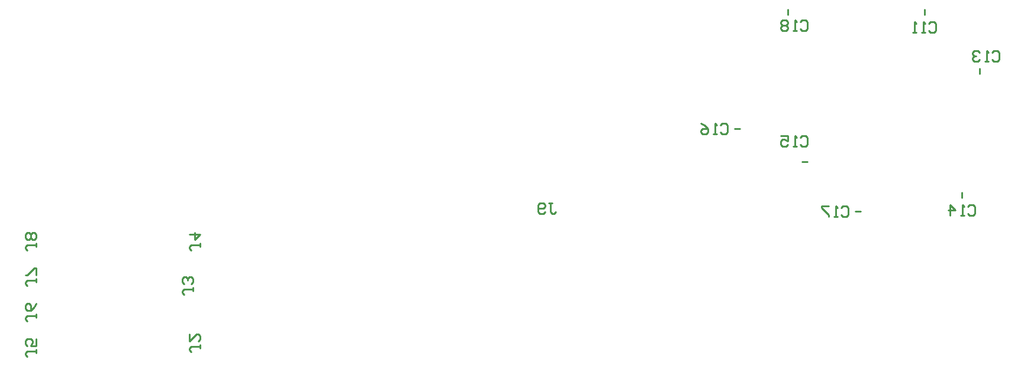
<source format=gbo>
G04 Layer_Color=13813960*
%FSAX24Y24*%
%MOIN*%
G70*
G01*
G75*
%ADD13C,0.0100*%
D13*
X049050Y036200D02*
Y036500D01*
X052850Y025100D02*
X053150D01*
X046050Y029750D02*
X046350D01*
X049850Y027900D02*
X050150D01*
X058850Y025850D02*
Y026150D01*
X059850Y032850D02*
Y033150D01*
X056750Y036200D02*
Y036500D01*
X035600Y025560D02*
X035800D01*
X035700D01*
Y025060D01*
X035800Y024960D01*
X035900D01*
X036000Y025060D01*
X035400D02*
X035300Y024960D01*
X035100D01*
X035000Y025060D01*
Y025460D01*
X035100Y025560D01*
X035300D01*
X035400Y025460D01*
Y025360D01*
X035300Y025260D01*
X035000D01*
X015950Y023300D02*
Y023100D01*
Y023200D01*
X015450D01*
X015350Y023100D01*
Y023000D01*
X015450Y022900D01*
X015350Y023800D02*
X015950D01*
X015650Y023500D01*
Y023900D01*
X006710Y023300D02*
Y023100D01*
Y023200D01*
X006210D01*
X006110Y023100D01*
Y023000D01*
X006210Y022900D01*
X006610Y023500D02*
X006710Y023600D01*
Y023800D01*
X006610Y023900D01*
X006510D01*
X006410Y023800D01*
X006310Y023900D01*
X006210D01*
X006110Y023800D01*
Y023600D01*
X006210Y023500D01*
X006310D01*
X006410Y023600D01*
X006510Y023500D01*
X006610D01*
X006410Y023600D02*
Y023800D01*
X006710Y021300D02*
Y021100D01*
Y021200D01*
X006210D01*
X006110Y021100D01*
Y021000D01*
X006210Y020900D01*
X006710Y021500D02*
Y021900D01*
X006610D01*
X006210Y021500D01*
X006110D01*
X006710Y019300D02*
Y019100D01*
Y019200D01*
X006210D01*
X006110Y019100D01*
Y019000D01*
X006210Y018900D01*
X006710Y019900D02*
X006610Y019700D01*
X006410Y019500D01*
X006210D01*
X006110Y019600D01*
Y019800D01*
X006210Y019900D01*
X006310D01*
X006410Y019800D01*
Y019500D01*
X006710Y017300D02*
Y017100D01*
Y017200D01*
X006210D01*
X006110Y017100D01*
Y017000D01*
X006210Y016900D01*
X006710Y017900D02*
Y017500D01*
X006410D01*
X006510Y017700D01*
Y017800D01*
X006410Y017900D01*
X006210D01*
X006110Y017800D01*
Y017600D01*
X006210Y017500D01*
X015540Y020800D02*
Y020600D01*
Y020700D01*
X015040D01*
X014940Y020600D01*
Y020500D01*
X015040Y020400D01*
X015440Y021000D02*
X015540Y021100D01*
Y021300D01*
X015440Y021400D01*
X015340D01*
X015240Y021300D01*
Y021200D01*
Y021300D01*
X015140Y021400D01*
X015040D01*
X014940Y021300D01*
Y021100D01*
X015040Y021000D01*
X015950Y017550D02*
Y017350D01*
Y017450D01*
X015450D01*
X015350Y017350D01*
Y017250D01*
X015450Y017150D01*
X015350Y018150D02*
Y017750D01*
X015750Y018150D01*
X015850D01*
X015950Y018050D01*
Y017850D01*
X015850Y017750D01*
X049750Y035800D02*
X049850Y035900D01*
X050050D01*
X050150Y035800D01*
Y035400D01*
X050050Y035300D01*
X049850D01*
X049750Y035400D01*
X049550Y035300D02*
X049350D01*
X049450D01*
Y035900D01*
X049550Y035800D01*
X049050D02*
X048950Y035900D01*
X048750D01*
X048650Y035800D01*
Y035700D01*
X048750Y035600D01*
X048650Y035500D01*
Y035400D01*
X048750Y035300D01*
X048950D01*
X049050Y035400D01*
Y035500D01*
X048950Y035600D01*
X049050Y035700D01*
Y035800D01*
X048950Y035600D02*
X048750D01*
X052050Y025300D02*
X052150Y025400D01*
X052350D01*
X052450Y025300D01*
Y024900D01*
X052350Y024800D01*
X052150D01*
X052050Y024900D01*
X051850Y024800D02*
X051650D01*
X051750D01*
Y025400D01*
X051850Y025300D01*
X051350Y025400D02*
X050950D01*
Y025300D01*
X051350Y024900D01*
Y024800D01*
X045250Y029950D02*
X045350Y030050D01*
X045550D01*
X045650Y029950D01*
Y029550D01*
X045550Y029450D01*
X045350D01*
X045250Y029550D01*
X045050Y029450D02*
X044850D01*
X044950D01*
Y030050D01*
X045050Y029950D01*
X044150Y030050D02*
X044350Y029950D01*
X044550Y029750D01*
Y029550D01*
X044450Y029450D01*
X044250D01*
X044150Y029550D01*
Y029650D01*
X044250Y029750D01*
X044550D01*
X049750Y029250D02*
X049850Y029350D01*
X050050D01*
X050150Y029250D01*
Y028850D01*
X050050Y028750D01*
X049850D01*
X049750Y028850D01*
X049550Y028750D02*
X049350D01*
X049450D01*
Y029350D01*
X049550Y029250D01*
X048650Y029350D02*
X049050D01*
Y029050D01*
X048850Y029150D01*
X048750D01*
X048650Y029050D01*
Y028850D01*
X048750Y028750D01*
X048950D01*
X049050Y028850D01*
X057000Y035700D02*
X057100Y035800D01*
X057300D01*
X057400Y035700D01*
Y035300D01*
X057300Y035200D01*
X057100D01*
X057000Y035300D01*
X056800Y035200D02*
X056600D01*
X056700D01*
Y035800D01*
X056800Y035700D01*
X056300Y035200D02*
X056100D01*
X056200D01*
Y035800D01*
X056300Y035700D01*
X060550Y034050D02*
X060650Y034150D01*
X060850D01*
X060950Y034050D01*
Y033650D01*
X060850Y033550D01*
X060650D01*
X060550Y033650D01*
X060350Y033550D02*
X060150D01*
X060250D01*
Y034150D01*
X060350Y034050D01*
X059850D02*
X059750Y034150D01*
X059550D01*
X059450Y034050D01*
Y033950D01*
X059550Y033850D01*
X059650D01*
X059550D01*
X059450Y033750D01*
Y033650D01*
X059550Y033550D01*
X059750D01*
X059850Y033650D01*
X059200Y025350D02*
X059300Y025450D01*
X059500D01*
X059600Y025350D01*
Y024950D01*
X059500Y024850D01*
X059300D01*
X059200Y024950D01*
X059000Y024850D02*
X058800D01*
X058900D01*
Y025450D01*
X059000Y025350D01*
X058200Y024850D02*
Y025450D01*
X058500Y025150D01*
X058100D01*
M02*

</source>
